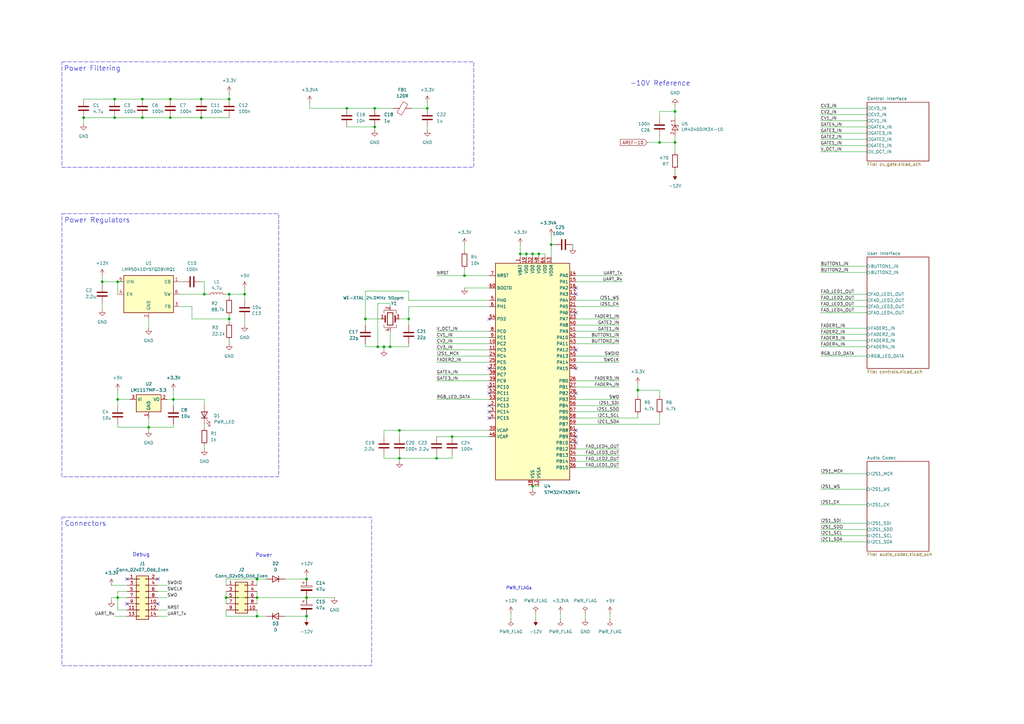
<source format=kicad_sch>
(kicad_sch (version 20250114) (generator "eeschema") (generator_version "9.0")
  (paper "A3")
  (title_block (title "Aware 01 - Eurorack DSP Module") (date "2025-12-19") (rev "2") (company "Ausschussware") (comment 1 "Jonas Bengt Lux") (comment 2 "TH Köln") (comment 3 "Bachelor Technische Informatik"))
  (rectangle (start 25.4 25.4) (end 194.31 68.58) (stroke (width 0) (type dash)))
  (rectangle (start 25.4 212.09) (end 152.4 273.05) (stroke (width 0) (type dash)))
  (rectangle (start 25.4 87.63) (end 114.3 195.58) (stroke (width 0) (type dash)))
  (text "Power Regulators" (at 39.878 90.424 0) (effects (font (size 2.032 2.032))))
  (text "Power Filtering" (at 37.846 28.194 0) (effects (font (size 2.032 2.032))))
  (text "Connectors" (at 35.052 214.884 0) (effects (font (size 2.032 2.032))))
  (text "PWR_FLAGs" (at 212.852 241.3 0) (effects (font (size 1.27 1.27))))
  (text "Debug" (at 57.912 227.584 0) (effects (font (size 1.524 1.524))))
  (text "Power" (at 108.204 227.838 0) (effects (font (size 1.524 1.524))))
  (text "-10V Reference" (at 270.764 34.29 0) (effects (font (size 2.032 2.032))))
  (text "MCU VOS0 130C = 240mA\nCodec analog blocks and digital core = 180mA\nGate in Pullups: 300uA * 4 = 120mA\nRGB LEDs: 37mA full * 4 = 150mA\nFader LEDS: 17mA * 4 = 68mA\n" (at -62.738 136.398 0) (effects (font (size 1.524 1.524)) (justify left)))
  (junction (at 46.99 40.64))
  (junction (at 58.42 48.26))
  (junction (at 142.24 44.45))
  (junction (at 93.98 130.81))
  (junction (at 46.99 48.26))
  (junction (at 69.85 40.64))
  (junction (at 105.41 245.11))
  (junction (at 160.02 142.24))
  (junction (at 220.98 104.14))
  (junction (at 157.48 142.24))
  (junction (at 153.67 44.45))
  (junction (at 163.83 176.53))
  (junction (at 82.55 40.64))
  (junction (at 276.86 58.42))
  (junction (at 190.5 113.03))
  (junction (at 48.26 163.83))
  (junction (at 276.86 45.72))
  (junction (at 149.86 130.81))
  (junction (at 69.85 48.26))
  (junction (at 125.73 237.49))
  (junction (at 93.98 120.65))
  (junction (at 71.12 163.83))
  (junction (at 175.26 44.45))
  (junction (at 226.06 100.33))
  (junction (at 154.94 142.24))
  (junction (at 218.44 104.14))
  (junction (at 105.41 252.73))
  (junction (at 185.42 179.07))
  (junction (at 92.71 245.11))
  (junction (at 179.07 187.96))
  (junction (at 48.26 115.57))
  (junction (at 125.73 252.73))
  (junction (at 34.29 48.26))
  (junction (at 163.83 187.96))
  (junction (at 218.44 199.39))
  (junction (at 41.91 115.57))
  (junction (at 261.62 160.02))
  (junction (at 58.42 40.64))
  (junction (at 48.26 245.11))
  (junction (at 213.36 104.14))
  (junction (at 105.41 237.49))
  (junction (at 270.51 58.42))
  (junction (at 93.98 40.64))
  (junction (at 83.82 120.65))
  (junction (at 215.9 104.14))
  (junction (at 153.67 52.07))
  (junction (at 100.33 120.65))
  (junction (at 60.96 175.26))
  (junction (at 167.64 130.81))
  (junction (at 125.73 245.11))
  (junction (at 82.55 48.26))
  (no_connect (at 236.22 179.07))
  (no_connect (at 236.22 128.27))
  (no_connect (at 64.77 237.49))
  (no_connect (at 236.22 161.29))
  (no_connect (at 236.22 120.65))
  (no_connect (at 52.07 237.49))
  (no_connect (at 200.66 158.75))
  (no_connect (at 64.77 247.65))
  (no_connect (at 200.66 166.37))
  (no_connect (at 236.22 181.61))
  (no_connect (at 236.22 143.51))
  (no_connect (at 236.22 118.11))
  (no_connect (at 236.22 176.53))
  (no_connect (at 200.66 171.45))
  (no_connect (at 52.07 247.65))
  (no_connect (at 236.22 151.13))
  (no_connect (at 200.66 168.91))
  (no_connect (at 200.66 161.29))
  (no_connect (at 200.66 151.13))
  (no_connect (at 200.66 130.81))
  (wire (pts (xy 50.8 115.57) (xy 48.26 115.57)))
  (wire (pts (xy 179.07 135.89) (xy 200.66 135.89)))
  (wire (pts (xy 160.02 135.89) (xy 160.02 142.24)))
  (wire (pts (xy 41.91 116.84) (xy 41.91 115.57)))
  (wire (pts (xy 149.86 119.38) (xy 167.64 119.38)))
  (wire (pts (xy 254 156.21) (xy 236.22 156.21)))
  (wire (pts (xy 254 158.75) (xy 236.22 158.75)))
  (wire (pts (xy 215.9 104.14) (xy 215.9 105.41)))
  (wire (pts (xy 109.22 237.49) (xy 105.41 237.49)))
  (wire (pts (xy 153.67 52.07) (xy 153.67 53.34)))
  (wire (pts (xy 125.73 236.22) (xy 125.73 237.49)))
  (wire (pts (xy 78.74 125.73) (xy 78.74 130.81)))
  (wire (pts (xy 46.99 252.73) (xy 52.07 252.73)))
  (wire (pts (xy 254 138.43) (xy 236.22 138.43)))
  (wire (pts (xy 48.26 163.83) (xy 48.26 166.37)))
  (wire (pts (xy 48.26 245.11) (xy 48.26 242.57)))
  (wire (pts (xy 73.66 125.73) (xy 78.74 125.73)))
  (wire (pts (xy 213.36 100.33) (xy 213.36 104.14)))
  (wire (pts (xy 355.6 44.45) (xy 336.55 44.45)))
  (wire (pts (xy 157.48 142.24) (xy 160.02 142.24)))
  (wire (pts (xy 58.42 40.64) (xy 69.85 40.64)))
  (wire (pts (xy 125.73 252.73) (xy 125.73 254)))
  (wire (pts (xy 92.71 120.65) (xy 93.98 120.65)))
  (wire (pts (xy 92.71 237.49) (xy 105.41 237.49)))
  (wire (pts (xy 105.41 242.57) (xy 105.41 245.11)))
  (wire (pts (xy 149.86 130.81) (xy 156.21 130.81)))
  (wire (pts (xy 64.77 242.57) (xy 68.58 242.57)))
  (wire (pts (xy 48.26 175.26) (xy 48.26 173.99)))
  (wire (pts (xy 60.96 171.45) (xy 60.96 175.26)))
  (wire (pts (xy 105.41 237.49) (xy 105.41 240.03)))
  (wire (pts (xy 261.62 160.02) (xy 261.62 162.56)))
  (wire (pts (xy 64.77 252.73) (xy 68.58 252.73)))
  (wire (pts (xy 83.82 115.57) (xy 82.55 115.57)))
  (wire (pts (xy 157.48 142.24) (xy 157.48 143.51)))
  (wire (pts (xy 261.62 160.02) (xy 270.51 160.02)))
  (wire (pts (xy 105.41 252.73) (xy 109.22 252.73)))
  (wire (pts (xy 355.6 59.69) (xy 336.55 59.69)))
  (wire (pts (xy 92.71 250.19) (xy 92.71 252.73)))
  (wire (pts (xy 236.22 133.35) (xy 254 133.35)))
  (wire (pts (xy 48.26 115.57) (xy 48.26 120.65)))
  (wire (pts (xy 179.07 143.51) (xy 200.66 143.51)))
  (wire (pts (xy 83.82 120.65) (xy 85.09 120.65)))
  (wire (pts (xy 261.62 170.18) (xy 261.62 171.45)))
  (wire (pts (xy 69.85 48.26) (xy 82.55 48.26)))
  (wire (pts (xy 73.66 115.57) (xy 74.93 115.57)))
  (wire (pts (xy 220.98 104.14) (xy 220.98 105.41)))
  (wire (pts (xy 149.86 119.38) (xy 149.86 130.81)))
  (wire (pts (xy 71.12 163.83) (xy 71.12 160.02)))
  (wire (pts (xy 355.6 52.07) (xy 336.55 52.07)))
  (wire (pts (xy 336.55 120.65) (xy 355.6 120.65)))
  (wire (pts (xy 190.5 118.11) (xy 200.66 118.11)))
  (wire (pts (xy 83.82 173.99) (xy 83.82 175.26)))
  (wire (pts (xy 226.06 96.52) (xy 226.06 100.33)))
  (wire (pts (xy 78.74 130.81) (xy 93.98 130.81)))
  (wire (pts (xy 60.96 176.53) (xy 60.96 175.26)))
  (wire (pts (xy 167.64 142.24) (xy 167.64 140.97)))
  (wire (pts (xy 336.55 214.63) (xy 355.6 214.63)))
  (wire (pts (xy 236.22 173.99) (xy 270.51 173.99)))
  (wire (pts (xy 167.64 119.38) (xy 167.64 123.19)))
  (wire (pts (xy 234.95 101.6) (xy 234.95 100.33)))
  (wire (pts (xy 116.84 237.49) (xy 125.73 237.49)))
  (wire (pts (xy 58.42 48.26) (xy 69.85 48.26)))
  (wire (pts (xy 179.07 156.21) (xy 200.66 156.21)))
  (wire (pts (xy 46.99 40.64) (xy 34.29 40.64)))
  (wire (pts (xy 167.64 123.19) (xy 200.66 123.19)))
  (wire (pts (xy 105.41 245.11) (xy 105.41 247.65)))
  (wire (pts (xy 92.71 252.73) (xy 105.41 252.73)))
  (wire (pts (xy 355.6 54.61) (xy 336.55 54.61)))
  (wire (pts (xy 336.55 207.01) (xy 355.6 207.01)))
  (wire (pts (xy 41.91 124.46) (xy 41.91 127)))
  (wire (pts (xy 48.26 163.83) (xy 53.34 163.83)))
  (wire (pts (xy 254 125.73) (xy 236.22 125.73)))
  (wire (pts (xy 116.84 252.73) (xy 125.73 252.73)))
  (wire (pts (xy 355.6 57.15) (xy 336.55 57.15)))
  (wire (pts (xy 336.55 146.05) (xy 355.6 146.05)))
  (wire (pts (xy 163.83 176.53) (xy 163.83 179.07)))
  (wire (pts (xy 83.82 120.65) (xy 83.82 115.57)))
  (wire (pts (xy 276.86 71.12) (xy 276.86 69.85)))
  (wire (pts (xy 276.86 62.23) (xy 276.86 58.42)))
  (wire (pts (xy 149.86 142.24) (xy 149.86 140.97)))
  (wire (pts (xy 48.26 250.19) (xy 48.26 245.11)))
  (wire (pts (xy 93.98 139.7) (xy 93.98 140.97)))
  (wire (pts (xy 254 186.69) (xy 236.22 186.69)))
  (wire (pts (xy 157.48 179.07) (xy 157.48 176.53)))
  (wire (pts (xy 254 130.81) (xy 236.22 130.81)))
  (wire (pts (xy 92.71 245.11) (xy 92.71 247.65)))
  (wire (pts (xy 209.55 251.46) (xy 209.55 254)))
  (wire (pts (xy 100.33 120.65) (xy 100.33 123.19)))
  (wire (pts (xy 82.55 40.64) (xy 93.98 40.64)))
  (wire (pts (xy 163.83 130.81) (xy 167.64 130.81)))
  (wire (pts (xy 190.5 100.33) (xy 190.5 102.87)))
  (wire (pts (xy 336.55 123.19) (xy 355.6 123.19)))
  (wire (pts (xy 218.44 199.39) (xy 218.44 200.66)))
  (wire (pts (xy 157.48 186.69) (xy 157.48 187.96)))
  (wire (pts (xy 270.51 58.42) (xy 265.43 58.42)))
  (wire (pts (xy 218.44 104.14) (xy 220.98 104.14)))
  (wire (pts (xy 46.99 40.64) (xy 58.42 40.64)))
  (wire (pts (xy 179.07 138.43) (xy 200.66 138.43)))
  (wire (pts (xy 179.07 186.69) (xy 179.07 187.96)))
  (wire (pts (xy 355.6 49.53) (xy 336.55 49.53)))
  (wire (pts (xy 179.07 140.97) (xy 200.66 140.97)))
  (wire (pts (xy 336.55 128.27) (xy 355.6 128.27)))
  (wire (pts (xy 179.07 179.07) (xy 185.42 179.07)))
  (wire (pts (xy 213.36 104.14) (xy 213.36 105.41)))
  (wire (pts (xy 250.19 251.46) (xy 250.19 254)))
  (wire (pts (xy 270.51 58.42) (xy 270.51 55.88)))
  (wire (pts (xy 236.22 163.83) (xy 254 163.83)))
  (wire (pts (xy 236.22 135.89) (xy 254 135.89)))
  (wire (pts (xy 142.24 44.45) (xy 153.67 44.45)))
  (wire (pts (xy 219.71 251.46) (xy 219.71 254)))
  (wire (pts (xy 167.64 125.73) (xy 167.64 130.81)))
  (wire (pts (xy 355.6 62.23) (xy 336.55 62.23)))
  (wire (pts (xy 236.22 148.59) (xy 254 148.59)))
  (wire (pts (xy 336.55 222.25) (xy 355.6 222.25)))
  (wire (pts (xy 270.51 48.26) (xy 270.51 45.72)))
  (wire (pts (xy 254 140.97) (xy 236.22 140.97)))
  (wire (pts (xy 270.51 170.18) (xy 270.51 173.99)))
  (wire (pts (xy 236.22 113.03) (xy 255.27 113.03)))
  (wire (pts (xy 336.55 111.76) (xy 355.6 111.76)))
  (wire (pts (xy 336.55 219.71) (xy 355.6 219.71)))
  (wire (pts (xy 336.55 194.31) (xy 355.6 194.31)))
  (wire (pts (xy 226.06 100.33) (xy 226.06 105.41)))
  (wire (pts (xy 71.12 163.83) (xy 71.12 166.37)))
  (wire (pts (xy 185.42 186.69) (xy 185.42 187.96)))
  (wire (pts (xy 92.71 242.57) (xy 92.71 245.11)))
  (wire (pts (xy 213.36 104.14) (xy 215.9 104.14)))
  (wire (pts (xy 105.41 245.11) (xy 125.73 245.11)))
  (wire (pts (xy 160.02 142.24) (xy 167.64 142.24)))
  (wire (pts (xy 220.98 104.14) (xy 223.52 104.14)))
  (wire (pts (xy 34.29 48.26) (xy 34.29 50.8)))
  (wire (pts (xy 179.07 113.03) (xy 190.5 113.03)))
  (wire (pts (xy 163.83 187.96) (xy 179.07 187.96)))
  (wire (pts (xy 179.07 148.59) (xy 200.66 148.59)))
  (wire (pts (xy 254 166.37) (xy 236.22 166.37)))
  (wire (pts (xy 160.02 124.46) (xy 160.02 125.73)))
  (wire (pts (xy 83.82 182.88) (xy 83.82 184.15)))
  (wire (pts (xy 100.33 118.11) (xy 100.33 120.65)))
  (wire (pts (xy 218.44 104.14) (xy 218.44 105.41)))
  (wire (pts (xy 92.71 240.03) (xy 92.71 237.49)))
  (wire (pts (xy 336.55 142.24) (xy 355.6 142.24)))
  (wire (pts (xy 167.64 125.73) (xy 200.66 125.73)))
  (wire (pts (xy 69.85 40.64) (xy 82.55 40.64)))
  (wire (pts (xy 160.02 124.46) (xy 154.94 124.46)))
  (wire (pts (xy 355.6 46.99) (xy 336.55 46.99)))
  (wire (pts (xy 179.07 163.83) (xy 200.66 163.83)))
  (wire (pts (xy 93.98 120.65) (xy 93.98 121.92)))
  (wire (pts (xy 45.72 245.11) (xy 48.26 245.11)))
  (wire (pts (xy 175.26 41.91) (xy 175.26 44.45)))
  (wire (pts (xy 60.96 175.26) (xy 71.12 175.26)))
  (wire (pts (xy 190.5 110.49) (xy 190.5 113.03)))
  (wire (pts (xy 64.77 245.11) (xy 68.58 245.11)))
  (wire (pts (xy 163.83 176.53) (xy 200.66 176.53)))
  (wire (pts (xy 215.9 104.14) (xy 218.44 104.14)))
  (wire (pts (xy 93.98 130.81) (xy 93.98 132.08)))
  (wire (pts (xy 336.55 134.62) (xy 355.6 134.62)))
  (wire (pts (xy 270.51 160.02) (xy 270.51 162.56)))
  (wire (pts (xy 92.71 245.11) (xy 105.41 245.11)))
  (wire (pts (xy 34.29 48.26) (xy 46.99 48.26)))
  (wire (pts (xy 179.07 187.96) (xy 185.42 187.96)))
  (wire (pts (xy 157.48 176.53) (xy 163.83 176.53)))
  (wire (pts (xy 236.22 171.45) (xy 261.62 171.45)))
  (wire (pts (xy 163.83 187.96) (xy 163.83 189.23)))
  (wire (pts (xy 223.52 104.14) (xy 223.52 105.41)))
  (wire (pts (xy 93.98 120.65) (xy 100.33 120.65)))
  (wire (pts (xy 149.86 142.24) (xy 154.94 142.24)))
  (wire (pts (xy 41.91 113.03) (xy 41.91 115.57)))
  (wire (pts (xy 254 191.77) (xy 236.22 191.77)))
  (wire (pts (xy 48.26 245.11) (xy 52.07 245.11)))
  (wire (pts (xy 227.33 100.33) (xy 226.06 100.33)))
  (wire (pts (xy 185.42 179.07) (xy 200.66 179.07)))
  (wire (pts (xy 254 168.91) (xy 236.22 168.91)))
  (wire (pts (xy 336.55 125.73) (xy 355.6 125.73)))
  (wire (pts (xy 179.07 153.67) (xy 200.66 153.67)))
  (wire (pts (xy 46.99 48.26) (xy 58.42 48.26)))
  (wire (pts (xy 60.96 130.81) (xy 60.96 134.62)))
  (wire (pts (xy 236.22 115.57) (xy 255.27 115.57)))
  (wire (pts (xy 41.91 115.57) (xy 48.26 115.57)))
  (wire (pts (xy 71.12 175.26) (xy 71.12 173.99)))
  (wire (pts (xy 64.77 240.03) (xy 68.58 240.03)))
  (wire (pts (xy 240.03 251.46) (xy 240.03 254)))
  (wire (pts (xy 254 189.23) (xy 236.22 189.23)))
  (wire (pts (xy 168.91 44.45) (xy 175.26 44.45)))
  (wire (pts (xy 52.07 250.19) (xy 48.26 250.19)))
  (wire (pts (xy 93.98 40.64) (xy 93.98 38.1)))
  (wire (pts (xy 73.66 120.65) (xy 83.82 120.65)))
  (wire (pts (xy 261.62 157.48) (xy 261.62 160.02)))
  (wire (pts (xy 229.87 251.46) (xy 229.87 254)))
  (wire (pts (xy 336.55 217.17) (xy 355.6 217.17)))
  (wire (pts (xy 127 41.91) (xy 127 44.45)))
  (wire (pts (xy 236.22 146.05) (xy 254 146.05)))
  (wire (pts (xy 336.55 200.66) (xy 355.6 200.66)))
  (wire (pts (xy 154.94 142.24) (xy 157.48 142.24)))
  (wire (pts (xy 175.26 52.07) (xy 175.26 53.34)))
  (wire (pts (xy 82.55 48.26) (xy 93.98 48.26)))
  (wire (pts (xy 149.86 133.35) (xy 149.86 130.81)))
  (wire (pts (xy 153.67 44.45) (xy 161.29 44.45)))
  (wire (pts (xy 127 44.45) (xy 142.24 44.45)))
  (wire (pts (xy 270.51 45.72) (xy 276.86 45.72)))
  (wire (pts (xy 163.83 186.69) (xy 163.83 187.96)))
  (wire (pts (xy 218.44 199.39) (xy 220.98 199.39)))
  (wire (pts (xy 100.33 130.81) (xy 100.33 133.35)))
  (wire (pts (xy 137.16 245.11) (xy 125.73 245.11)))
  (wire (pts (xy 105.41 252.73) (xy 105.41 250.19)))
  (wire (pts (xy 254 184.15) (xy 236.22 184.15)))
  (wire (pts (xy 190.5 113.03) (xy 200.66 113.03)))
  (wire (pts (xy 48.26 160.02) (xy 48.26 163.83)))
  (wire (pts (xy 336.55 137.16) (xy 355.6 137.16)))
  (wire (pts (xy 48.26 175.26) (xy 60.96 175.26)))
  (wire (pts (xy 336.55 139.7) (xy 355.6 139.7)))
  (wire (pts (xy 157.48 187.96) (xy 163.83 187.96)))
  (wire (pts (xy 83.82 163.83) (xy 83.82 166.37)))
  (wire (pts (xy 68.58 163.83) (xy 71.12 163.83)))
  (wire (pts (xy 45.72 246.38) (xy 45.72 245.11)))
  (wire (pts (xy 71.12 163.83) (xy 83.82 163.83)))
  (wire (pts (xy 254 123.19) (xy 236.22 123.19)))
  (wire (pts (xy 276.86 58.42) (xy 270.51 58.42)))
  (wire (pts (xy 276.86 45.72) (xy 276.86 43.18)))
  (wire (pts (xy 276.86 48.26) (xy 276.86 45.72)))
  (wire (pts (xy 142.24 52.07) (xy 153.67 52.07)))
  (wire (pts (xy 45.72 240.03) (xy 52.07 240.03)))
  (wire (pts (xy 179.07 146.05) (xy 200.66 146.05)))
  (wire (pts (xy 154.94 124.46) (xy 154.94 142.24)))
  (wire (pts (xy 93.98 129.54) (xy 93.98 130.81)))
  (wire (pts (xy 52.07 242.57) (xy 48.26 242.57)))
  (wire (pts (xy 336.55 109.22) (xy 355.6 109.22)))
  (wire (pts (xy 64.77 250.19) (xy 68.58 250.19)))
  (wire (pts (xy 276.86 58.42) (xy 276.86 55.88)))
  (wire (pts (xy 167.64 133.35) (xy 167.64 130.81)))
  (label "FADER1_IN" (at 336.55 134.62 0))
  (label "SWO" (at 68.58 245.11 0))
  (label "CV2_IN" (at 336.55 46.99 0))
  (label "I2S1_WS" (at 336.55 200.66 0))
  (label "SWO" (at 254 163.83 180))
  (label "FAD_LED3_OUT" (at 254 186.69 180))
  (label "FAD_LED1_OUT" (at 336.55 120.65 0))
  (label "I2C1_SDA" (at 254 173.99 180))
  (label "BUTTON2_IN" (at 336.55 111.76 0))
  (label "SWCLK" (at 68.58 242.57 0))
  (label "BUTTON2_IN" (at 254 140.97 180))
  (label "UART_Rx" (at 255.27 115.57 180))
  (label "I2S1_WS" (at 254 123.19 180))
  (label "RGB_LED_DATA" (at 179.07 163.83 0))
  (label "BUTTON1_IN" (at 254 138.43 180))
  (label "BUTTON1_IN" (at 336.55 109.22 0))
  (label "UART_Tx" (at 255.27 113.03 180))
  (label "GATE1_IN" (at 336.55 59.69 0))
  (label "UART_Tx" (at 68.58 252.73 0))
  (label "I2S1_MCK" (at 179.07 146.05 0))
  (label "I2S1_CK" (at 254 125.73 180))
  (label "GATE2_IN" (at 254 133.35 180))
  (label "CV3_IN" (at 179.07 143.51 0))
  (label "GATE2_IN" (at 336.55 57.15 0))
  (label "FADER3_IN" (at 336.55 139.7 0))
  (label "I2C1_SCL" (at 254 171.45 180))
  (label "I2S1_SDI" (at 336.55 214.63 0))
  (label "I2S1_SDO" (at 254 168.91 180))
  (label "FAD_LED3_OUT" (at 336.55 125.73 0))
  (label "GATE3_IN" (at 179.07 156.21 0))
  (label "FAD_LED1_OUT" (at 254 191.77 180))
  (label "I2S1_SDO" (at 336.55 217.17 0))
  (label "GATE4_IN" (at 336.55 52.07 0))
  (label "FADER2_IN" (at 336.55 137.16 0))
  (label "V_OCT_IN" (at 179.07 135.89 0))
  (label "GATE1_IN" (at 254 135.89 180))
  (label "FAD_LED4_OUT" (at 254 184.15 180))
  (label "CV2_IN" (at 179.07 140.97 0))
  (label "CV1_IN" (at 179.07 138.43 0))
  (label "FADER4_IN" (at 336.55 142.24 0))
  (label "GATE3_IN" (at 336.55 54.61 0))
  (label "SWDIO" (at 254 146.05 180))
  (label "NRST" (at 68.58 250.19 0))
  (label "CV3_IN" (at 336.55 44.45 0))
  (label "I2C1_SDA" (at 336.55 222.25 0))
  (label "FADER3_IN" (at 254 156.21 180))
  (label "FADER1_IN" (at 254 130.81 180))
  (label "I2C1_SCL" (at 336.55 219.71 0))
  (label "CV1_IN" (at 336.55 49.53 0))
  (label "RGB_LED_DATA" (at 336.55 146.05 0))
  (label "FAD_LED4_OUT" (at 336.55 128.27 0))
  (label "SWDIO" (at 68.58 240.03 0))
  (label "NRST" (at 179.07 113.03 0))
  (label "FAD_LED2_OUT" (at 336.55 123.19 0))
  (label "FADER2_IN" (at 179.07 148.59 0))
  (label "I2S1_SDI" (at 254 166.37 180))
  (label "SWCLK" (at 254 148.59 180))
  (label "GATE4_IN" (at 179.07 153.67 0))
  (label "FAD_LED2_OUT" (at 254 189.23 180))
  (label "V_OCT_IN" (at 336.55 62.23 0))
  (label "I2S1_CK" (at 336.55 207.01 0))
  (label "UART_Rx" (at 46.99 252.73 180))
  (label "FADER4_IN" (at 254 158.75 180))
  (label "I2S1_MCK" (at 336.55 194.31 0))
  (global_label "AREF-10" (shape input) (at 265.43 58.42 180) (property "Intersheetrefs" "${INTERSHEET_REFS}" (effects (hide yes))))
  (symbol (lib_id "power:+3.3V") (at 213.36 100.33 0) (unit 1)
    (property "Reference" "#PWR030" (effects (hide yes)))
    (property "Value" "+3.3V" (at 213.36 95.25 0))
    (property "Description" "Power symbol creates a global label with name \"+3.3V\"" (effects (hide yes)))
  )
  (symbol (lib_id "Device:C") (at 231.14 100.33 270) (unit 1)
    (property "Reference" "C25" (at 231.648 93.218 90) (effects (justify right)))
    (property "Value" "100n" (at 231.648 95.758 90) (effects (justify right)))
    (property "Footprint" "Capacitor_SMD:C_0603_1608Metric" (effects (hide yes)))
    (property "Description" "Unpolarized capacitor" (effects (hide yes)))
    (property "Manufacturer_Name" "KYOCERA AVX " (effects (hide yes)))
    (property "Manufacturer_Part_Number" "KAF15BR72A104KT" (effects (hide yes)))
    (property "Mouser Part Number" "581-KAF15BR72A104KT" (effects (hide yes)))
  )
  (symbol (lib_id "power:+3.3V") (at 45.72 240.03 0) (unit 1)
    (property "Reference" "#PWR04" (effects (hide yes)))
    (property "Value" "+3.3V" (at 45.72 234.95 0))
    (property "Description" "Power symbol creates a global label with name \"+3.3V\"" (effects (hide yes)))
  )
  (symbol (lib_id "Device:R") (at 261.62 166.37 0) (unit 1)
    (property "Reference" "R5" (at 264.16 165.0999 0) (effects (justify left)))
    (property "Value" "4.7k" (at 264.16 167.6399 0) (effects (justify left)))
    (property "Footprint" "Resistor_SMD:R_0603_1608Metric_Pad0.98x0.95mm_HandSolder" (effects (hide yes)))
    (property "Description" "Resistor" (effects (hide yes)))
    (property "Manufacturer_Name" "YAGEO" (effects (hide yes)))
    (property "Manufacturer_Part_Number" " RC0603FR-134K7L" (effects (hide yes)))
    (property "Mouser Part Number" " 603-RC0603FR-134K7L" (effects (hide yes)))
  )
  (symbol (lib_id "power:GND") (at 276.86 43.18 180) (unit 1)
    (property "Reference" "#PWR039" (effects (hide yes)))
    (property "Value" "GND" (at 276.86 38.1 0))
    (property "Description" "Power symbol creates a global label with name \"GND\" , ground" (effects (hide yes)))
  )
  (symbol (lib_id "Regulator_Linear:LM1117MP-3.3") (at 60.96 163.83 0) (unit 1)
    (property "Reference" "U2" (at 60.96 157.48 0))
    (property "Value" "LM1117MP-3.3" (at 60.96 160.02 0))
    (property "Footprint" "Package_TO_SOT_SMD:SOT-223-3_TabPin2" (effects (hide yes)))
    (property "Datasheet" "http://www.ti.com/lit/ds/symlink/lm1117.pdf" (effects (hide yes)))
    (property "Description" "800mA Low-Dropout Linear Regulator, 3.3V fixed output, SOT-223" (effects (hide yes)))
    (property "Manufacturer_Name" "Texas Instruments" (effects (hide yes)))
    (property "Manufacturer_Part_Number" "LM1117MP-3.3/NOPB" (effects (hide yes)))
    (property "Mouser Part Number" "926-LM1117MP-3.3NOPB" (effects (hide yes)))
  )
  (symbol (lib_id "power:GND") (at 93.98 140.97 0) (unit 1)
    (property "Reference" "#PWR014" (effects (hide yes)))
    (property "Value" "GND" (at 93.98 146.05 0))
    (property "Description" "Power symbol creates a global label with name \"GND\" , ground" (effects (hide yes)))
  )
  (symbol (lib_id "power:GND") (at 137.16 245.11 0) (unit 1)
    (property "Reference" "#PWR021" (effects (hide yes)))
    (property "Value" "GND" (at 137.16 250.19 0))
    (property "Description" "Power symbol creates a global label with name \"GND\" , ground" (effects (hide yes)))
  )
  (symbol (lib_id "Device:C_Polarized") (at 125.73 241.3 0) (unit 1)
    (property "Reference" "C14" (at 129.54 239.1409 0) (effects (justify left)))
    (property "Value" "47u" (at 129.54 241.6809 0) (effects (justify left)))
    (property "Footprint" "Capacitor_SMD:CP_Elec_6.3x5.9" (effects (hide yes)))
    (property "Description" "Polarized capacitor" (effects (hide yes)))
    (property "Manufacturer_Name" "Lelon " (effects (hide yes)))
    (property "Manufacturer_Part_Number" " VZL470M1VTR-0606 " (effects (hide yes)))
    (property "Mouser Part Number" "140-VZL470M1VTR-0606 " (effects (hide yes)))
  )
  (symbol (lib_id "Device:R") (at 190.5 106.68 0) (unit 1)
    (property "Reference" "R4" (at 193.04 105.4099 0) (effects (justify left)))
    (property "Value" "10k" (at 193.04 107.9499 0) (effects (justify left)))
    (property "Footprint" "Resistor_SMD:R_0603_1608Metric_Pad0.98x0.95mm_HandSolder" (effects (hide yes)))
    (property "Description" "Resistor" (effects (hide yes)))
    (property "Manufacturer_Name" "Welwyn Components / TT Electronics" (effects (hide yes)))
    (property "Manufacturer_Part_Number" "WCR0603-10KFA" (effects (hide yes)))
    (property "Mouser Part Number" "756-WCR0603-10KFA" (effects (hide yes)))
  )
  (symbol (lib_id "Device:C") (at 163.83 182.88 0) (mirror x) (unit 1)
    (property "Reference" "C20" (at 170.18 181.61 0) (effects (justify right)))
    (property "Value" "100n" (at 171.196 184.15 0) (effects (justify right)))
    (property "Footprint" "Capacitor_SMD:C_0603_1608Metric" (effects (hide yes)))
    (property "Description" "Unpolarized capacitor" (effects (hide yes)))
    (property "Manufacturer_Name" "KYOCERA AVX " (effects (hide yes)))
    (property "Manufacturer_Part_Number" "KAF15BR72A104KT" (effects (hide yes)))
    (property "Mouser Part Number" "581-KAF15BR72A104KT" (effects (hide yes)))
  )
  (symbol (lib_id "power:-12V") (at 125.73 254 180) (unit 1)
    (property "Reference" "#PWR019" (effects (hide yes)))
    (property "Value" "-12V" (at 125.73 259.08 0))
    (property "Description" "Power symbol creates a global label with name \"-12V\"" (effects (hide yes)))
  )
  (symbol (lib_id "power:GND") (at 190.5 118.11 0) (unit 1)
    (property "Reference" "#PWR028" (effects (hide yes)))
    (property "Value" "GND" (effects (hide yes)))
    (property "Description" "Power symbol creates a global label with name \"GND\" , ground" (effects (hide yes)))
  )
  (symbol (lib_id "Device:C") (at 149.86 137.16 0) (unit 1)
    (property "Reference" "C17" (at 143.002 136.144 0) (effects (justify left)))
    (property "Value" "22p" (at 143.256 138.684 0) (effects (justify left)))
    (property "Footprint" "Capacitor_SMD:C_0603_1608Metric" (effects (hide yes)))
    (property "Description" "Unpolarized capacitor" (effects (hide yes)))
    (property "Manufacturer_Name" "KEMET " (effects (hide yes)))
    (property "Manufacturer_Part_Number" " C0603C220J1GACTU" (effects (hide yes)))
    (property "Mouser Part Number" " 80-C0603C220J1G" (effects (hide yes)))
  )
  (symbol (lib_id "power:PWR_FLAG") (at 240.03 251.46 0) (unit 1)
    (property "Reference" "#FLG04" (effects (hide yes)))
    (property "Value" "PWR_FLAG" (at 240.03 246.38 0))
    (property "Description" "Special symbol for telling ERC where power comes from" (effects (hide yes)))
  )
  (symbol (lib_id "power:-12V") (at 276.86 71.12 180) (unit 1)
    (property "Reference" "#PWR040" (effects (hide yes)))
    (property "Value" "-12V" (at 276.86 76.2 0))
    (property "Description" "Power symbol creates a global label with name \"-12V\"" (effects (hide yes)))
  )
  (symbol (lib_id "power:+5V") (at 100.33 118.11 0) (unit 1)
    (property "Reference" "#PWR016" (effects (hide yes)))
    (property "Value" "+5V" (at 100.33 113.03 0))
    (property "Description" "Power symbol creates a global label with name \"+5V\"" (effects (hide yes)))
  )
  (symbol (lib_id "power:+5V") (at 250.19 251.46 0) (unit 1)
    (property "Reference" "#PWR037" (effects (hide yes)))
    (property "Value" "+5V" (at 250.19 246.38 0))
    (property "Description" "Power symbol creates a global label with name \"+5V\"" (effects (hide yes)))
  )
  (symbol (lib_id "power:-12V") (at 219.71 254 180) (unit 1)
    (property "Reference" "#PWR032" (effects (hide yes)))
    (property "Value" "-12V" (at 219.71 259.08 0))
    (property "Description" "Power symbol creates a global label with name \"-12V\"" (effects (hide yes)))
  )
  (symbol (lib_id "Device:C") (at 167.64 137.16 0) (unit 1)
    (property "Reference" "C21" (at 170.942 135.89 0) (effects (justify left)))
    (property "Value" "22p" (at 170.942 138.43 0) (effects (justify left)))
    (property "Footprint" "Capacitor_SMD:C_0603_1608Metric" (effects (hide yes)))
    (property "Description" "Unpolarized capacitor" (effects (hide yes)))
    (property "Manufacturer_Name" "KEMET " (effects (hide yes)))
    (property "Manufacturer_Part_Number" " C0603C220J1GACTU" (effects (hide yes)))
    (property "Mouser Part Number" " 80-C0603C220J1G" (effects (hide yes)))
  )
  (symbol (lib_id "power:+3.3VA") (at 226.06 96.52 0) (unit 1)
    (property "Reference" "#PWR033" (effects (hide yes)))
    (property "Value" "+3.3VA" (at 224.79 91.44 0))
    (property "Description" "Power symbol creates a global label with name \"+3.3VA\"" (effects (hide yes)))
  )
  (symbol (lib_id "Device:C") (at 270.51 52.07 180) (unit 1)
    (property "Reference" "C26" (at 266.7 53.3401 0) (effects (justify left)))
    (property "Value" "100n" (at 266.7 50.8001 0) (effects (justify left)))
    (property "Footprint" "Capacitor_SMD:C_0603_1608Metric" (effects (hide yes)))
    (property "Description" "Unpolarized capacitor" (effects (hide yes)))
    (property "Manufacturer_Name" "KYOCERA AVX " (effects (hide yes)))
    (property "Manufacturer_Part_Number" "KAF15BR72A104KT" (effects (hide yes)))
    (property "Mouser Part Number" "581-KAF15BR72A104KT" (effects (hide yes)))
  )
  (symbol (lib_id "Device:C_Polarized") (at 125.73 248.92 0) (unit 1)
    (property "Reference" "C15" (at 129.54 246.7609 0) (effects (justify left)))
    (property "Value" "47u" (at 129.54 249.3009 0) (effects (justify left)))
    (property "Footprint" "Capacitor_SMD:CP_Elec_6.3x5.9" (effects (hide yes)))
    (property "Description" "Polarized capacitor" (effects (hide yes)))
    (property "Manufacturer_Name" "Lelon " (effects (hide yes)))
    (property "Manufacturer_Part_Number" " VZL470M1VTR-0606 " (effects (hide yes)))
    (property "Mouser Part Number" "140-VZL470M1VTR-0606 " (effects (hide yes)))
  )
  (symbol (lib_id "power:+3.3V") (at 190.5 100.33 0) (unit 1)
    (property "Reference" "#PWR027" (effects (hide yes)))
    (property "Value" "+3.3V" (at 190.5 95.25 0))
    (property "Description" "Power symbol creates a global label with name \"+3.3V\"" (effects (hide yes)))
  )
  (symbol (lib_id "Device:C") (at 179.07 182.88 0) (mirror x) (unit 1)
    (property "Reference" "C23" (at 175.26 181.6099 0) (effects (justify right)))
    (property "Value" "2.2u" (at 176.022 184.15 0) (effects (justify right)))
    (property "Footprint" "Capacitor_SMD:C_0603_1608Metric" (effects (hide yes)))
    (property "Datasheet" "https://www.mouser.de/datasheet/2/396/mlcc02_e-1307760.pdf" (effects (hide yes)))
    (property "Description" "Unpolarized capacitor" (effects (hide yes)))
    (property "Manufacturer_Name" " TAIYO YUDEN" (effects (hide yes)))
    (property "Manufacturer_Part_Number" " TMK107ABJ225KA-T" (effects (hide yes)))
    (property "Mouser Part Number" " 963-TMK107ABJ225KA-T" (effects (hide yes)))
  )
  (symbol (lib_id "Device:R") (at 83.82 179.07 0) (unit 1)
    (property "Reference" "R1" (at 86.36 177.7999 0) (effects (justify left)))
    (property "Value" "1k" (at 86.36 180.3399 0) (effects (justify left)))
    (property "Footprint" "Resistor_SMD:R_0603_1608Metric_Pad0.98x0.95mm_HandSolder" (effects (hide yes)))
    (property "Description" "Resistor" (effects (hide yes)))
    (property "Manufacturer_Name" "YAGEO" (effects (hide yes)))
    (property "Manufacturer_Part_Number" "RT0603FRE071KL" (effects (hide yes)))
    (property "Mouser Part Number" "603-RT0603FRE071KL" (effects (hide yes)))
  )
  (symbol (lib_id "Connector_Generic:Conn_02x07_Odd_Even") (at 57.15 245.11 0) (unit 1)
    (property "Reference" "J1" (at 58.42 231.14 0))
    (property "Value" "Conn_02x07_Odd_Even" (at 58.42 233.68 0))
    (property "Footprint" "Connector_PinHeader_1.27mm:PinHeader_2x07_P1.27mm_Vertical" (effects (hide yes)))
    (property "Datasheet" "https://www.mouser.de/datasheet/2/181/M50_350-1115491.pdf" (effects (hide yes)))
    (property "Description" "Generic connector, double row, 02x07, odd/even pin numbering scheme (row 1 odd numbers, row 2 even numbers), script generated (kicad-library-utils/schlib/autogen/connector/)" (effects (hide yes)))
    (property "Manufacturer_Name" " Harwin" (effects (hide yes)))
    (property "Manufacturer_Part_Number" " M50-3500742" (effects (hide yes)))
    (property "Mouser Part Number" " 855-M50-3500742" (effects (hide yes)))
  )
  (symbol (lib_id "Device:L") (at 88.9 120.65 90) (unit 1)
    (property "Reference" "L1" (at 88.9 115.57 90))
    (property "Value" "4.7u" (at 88.9 118.11 90))
    (property "Footprint" "Eurorack:SRR5228A" (effects (hide yes)))
    (property "Description" "Inductor" (effects (hide yes)))
  )
  (symbol (lib_id "power:PWR_FLAG") (at 229.87 254 180) (unit 1)
    (property "Reference" "#FLG03" (effects (hide yes)))
    (property "Value" "PWR_FLAG" (at 229.87 259.08 0))
    (property "Description" "Special symbol for telling ERC where power comes from" (effects (hide yes)))
  )
  (symbol (lib_id "power:+12V") (at 41.91 113.03 0) (mirror y) (unit 1)
    (property "Reference" "#PWR02" (effects (hide yes)))
    (property "Value" "+12V" (at 41.91 107.95 0))
    (property "Description" "Power symbol creates a global label with name \"+12V\"" (effects (hide yes)))
  )
  (symbol (lib_id "Device:C") (at 185.42 182.88 180) (unit 1)
    (property "Reference" "C24" (at 188.976 181.61 0) (effects (justify right)))
    (property "Value" "100n" (at 188.976 184.15 0) (effects (justify right)))
    (property "Footprint" "Capacitor_SMD:C_0603_1608Metric" (effects (hide yes)))
    (property "Description" "Unpolarized capacitor" (effects (hide yes)))
    (property "Manufacturer_Name" "KYOCERA AVX " (effects (hide yes)))
    (property "Manufacturer_Part_Number" "KAF15BR72A104KT" (effects (hide yes)))
    (property "Mouser Part Number" "581-KAF15BR72A104KT" (effects (hide yes)))
  )
  (symbol (lib_id "Device:C") (at 69.85 44.45 0) (unit 1)
    (property "Reference" "C7" (at 73.66 43.1799 0) (effects (justify left)))
    (property "Value" "100n" (at 73.66 45.7199 0) (effects (justify left)))
    (property "Footprint" "Capacitor_SMD:C_0603_1608Metric" (effects (hide yes)))
    (property "Description" "Unpolarized capacitor" (effects (hide yes)))
    (property "Manufacturer_Name" "KYOCERA AVX " (effects (hide yes)))
    (property "Manufacturer_Part_Number" "KAF15BR72A104KT" (effects (hide yes)))
    (property "Mouser Part Number" "581-KAF15BR72A104KT" (effects (hide yes)))
  )
  (symbol (lib_id "Device:C") (at 34.29 44.45 0) (unit 1)
    (property "Reference" "C1" (at 38.1 43.1799 0) (effects (justify left)))
    (property "Value" "4.7u" (at 38.1 45.7199 0) (effects (justify left)))
    (property "Footprint" "Capacitor_SMD:C_0603_1608Metric" (effects (hide yes)))
    (property "Description" "Unpolarized capacitor" (effects (hide yes)))
    (property "Manufacturer_Name" "KEMET " (effects (hide yes)))
    (property "Manufacturer_Part_Number" "C0603C475M9PACTU" (effects (hide yes)))
    (property "Mouser Part Number" " 80-C0603C475M9P" (effects (hide yes)))
  )
  (symbol (lib_id "Regulator_Switching:LMR50410") (at 60.96 120.65 0) (unit 1)
    (property "Reference" "U1" (at 60.96 107.95 0))
    (property "Value" "LMR50410Y5FQDBVRQ1" (at 60.96 110.49 0))
    (property "Footprint" "Package_TO_SOT_SMD:SOT-23-6" (effects (hide yes)))
    (property "Datasheet" "https://www.ti.com/lit/ds/symlink/lmr50410-q1.pdf?ts=1762395938401&ref_url=https%253A%252F%252Fwww.mouser.com%252F" (effects (hide yes)))
    (property "Description" "Simple Switcher Buck Regulator, Vin=4-36V, Iout=1A, Adjustable output voltage, SOT-23-6 package" (effects (hide yes)))
  )
  (symbol (lib_id "Device:Crystal_GND24") (at 160.02 130.81 0) (unit 1)
    (property "Reference" "Y1" (at 161.544 124.46 0))
    (property "Value" "WE-XTAL 24.0MHz 50ppm" (at 153.162 122.174 0))
    (property "Footprint" "Crystal:Crystal_SMD_3225-4Pin_3.2x2.5mm_HandSoldering" (effects (hide yes)))
    (property "Description" "Four pin crystal, GND on pins 2 and 4" (effects (hide yes)))
    (property "Manufacturer_Name" "Wurth Elektronik" (effects (hide yes)))
    (property "Manufacturer_Part_Number" "830064703 " (effects (hide yes)))
    (property "Mouser Part Number" " 710-830064703" (effects (hide yes)))
  )
  (symbol (lib_id "Device:C") (at 100.33 127 180) (unit 1)
    (property "Reference" "C13" (at 107.188 128.524 0) (effects (justify left)))
    (property "Value" "10u" (at 107.188 125.984 0) (effects (justify left)))
    (property "Footprint" "Capacitor_SMD:C_0603_1608Metric" (effects (hide yes)))
    (property "Description" "Unpolarized capacitor" (effects (hide yes)))
  )
  (symbol (lib_id "Device:C") (at 157.48 182.88 0) (mirror x) (unit 1)
    (property "Reference" "C19" (at 153.67 181.6099 0) (effects (justify right)))
    (property "Value" "2.2u" (at 153.67 184.1499 0) (effects (justify right)))
    (property "Footprint" "Capacitor_SMD:C_0603_1608Metric" (effects (hide yes)))
    (property "Datasheet" "https://www.mouser.de/datasheet/2/396/mlcc02_e-1307760.pdf" (effects (hide yes)))
    (property "Description" "Unpolarized capacitor" (effects (hide yes)))
    (property "Manufacturer_Name" " TAIYO YUDEN" (effects (hide yes)))
    (property "Manufacturer_Part_Number" " TMK107ABJ225KA-T" (effects (hide yes)))
    (property "Mouser Part Number" " 963-TMK107ABJ225KA-T" (effects (hide yes)))
  )
  (symbol (lib_id "Device:LED") (at 83.82 170.18 90) (unit 1)
    (property "Reference" "D1" (at 87.63 170.4974 90) (effects (justify right)))
    (property "Value" "PWR_LED" (at 87.63 173.0374 90) (effects (justify right)))
    (property "Footprint" "LED_SMD:LED_0603_1608Metric_Pad1.05x0.95mm_HandSolder" (effects (hide yes)))
    (property "Description" "Light emitting diode" (effects (hide yes)))
    (property "Manufacturer_Name" "Wurth Elektronik" (effects (hide yes)))
    (property "Manufacturer_Part_Number" "150060VS75000 " (effects (hide yes)))
    (property "Mouser Part Number" " 710-150060VS75000 " (effects (hide yes)))
    (property "Sim.Pins" "1=K 2=A" (effects (hide yes)))
  )
  (symbol (lib_id "power:+3.3VA") (at 229.87 251.46 0) (unit 1)
    (property "Reference" "#PWR034" (effects (hide yes)))
    (property "Value" "+3.3VA" (at 229.87 246.38 0))
    (property "Description" "Power symbol creates a global label with name \"+3.3VA\"" (effects (hide yes)))
  )
  (symbol (lib_id "power:GND") (at 60.96 176.53 0) (unit 1)
    (property "Reference" "#PWR09" (effects (hide yes)))
    (property "Value" "GND" (at 60.96 181.61 0))
    (property "Description" "Power symbol creates a global label with name \"GND\" , ground" (effects (hide yes)))
  )
  (symbol (lib_id "power:GND") (at 34.29 50.8 0) (unit 1)
    (property "Reference" "#PWR01" (effects (hide yes)))
    (property "Value" "GND" (at 34.29 55.88 0))
    (property "Description" "Power symbol creates a global label with name \"GND\" , ground" (effects (hide yes)))
  )
  (symbol (lib_id "MCU_ST_STM32H7:STM32H7A3RITx") (at 218.44 153.67 0) (unit 1)
    (property "Reference" "U4" (at 223.1233 199.39 0) (effects (justify left)))
    (property "Value" "STM32H7A3RITx" (at 223.1233 201.93 0) (effects (justify left)))
    (property "Footprint" "Package_QFP:LQFP-64_10x10mm_P0.5mm" (effects (hide yes)))
    (property "Datasheet" "https://www.st.com/resource/en/datasheet/stm32h7a3ri.pdf" (effects (hide yes)))
    (property "Description" "STMicroelectronics Arm Cortex-M7 MCU, 2048KB flash, 1184KB RAM, 280 MHz, 1.62-3.6V, 49 GPIO, LQFP64" (effects (hide yes)))
    (property "Manufacturer_Name" " STMicroelectronics " (effects (hide yes)))
    (property "Manufacturer_Part_Number" "STM32H7A3RIT6TR " (effects (hide yes)))
    (property "Mouser Part Number" " 511-STM32H7A3RIT6TR " (effects (hide yes)))
  )
  (symbol (lib_id "power:PWR_FLAG") (at 219.71 251.46 0) (unit 1)
    (property "Reference" "#FLG02" (effects (hide yes)))
    (property "Value" "PWR_FLAG" (at 219.71 246.38 0))
    (property "Description" "Special symbol for telling ERC where power comes from" (effects (hide yes)))
  )
  (symbol (lib_id "Device:FerriteBead") (at 165.1 44.45 90) (unit 1)
    (property "Reference" "FB1" (at 165.0492 36.83 90))
    (property "Value" "120R" (at 165.0492 39.37 90))
    (property "Footprint" "Inductor_SMD:L_0805_2012Metric_Pad1.05x1.20mm_HandSolder" (effects (hide yes)))
    (property "Description" "Ferrite bead" (effects (hide yes)))
    (property "Manufacturer_Name" "Eaton Electronics" (effects (hide yes)))
    (property "Manufacturer_Part_Number" " MFBW1V2012-121-R " (effects (hide yes)))
    (property "Mouser Part Number" " 704-MFBW1V2012-121-R " (effects (hide yes)))
  )
  (symbol (lib_id "power:GND") (at 175.26 53.34 0) (unit 1)
    (property "Reference" "#PWR026" (effects (hide yes)))
    (property "Value" "GND" (at 175.26 58.42 0))
    (property "Description" "Power symbol creates a global label with name \"GND\" , ground" (effects (hide yes)))
  )
  (symbol (lib_id "power:+5V") (at 48.26 160.02 0) (unit 1)
    (property "Reference" "#PWR06" (effects (hide yes)))
    (property "Value" "+5V" (at 48.26 154.94 0))
    (property "Description" "Power symbol creates a global label with name \"+5V\"" (effects (hide yes)))
  )
  (symbol (lib_id "power:GND") (at 157.48 143.51 0) (unit 1)
    (property "Reference" "#PWR023" (effects (hide yes)))
    (property "Value" "GND" (effects (hide yes)))
    (property "Description" "Power symbol creates a global label with name \"GND\" , ground" (effects (hide yes)))
  )
  (symbol (lib_id "Device:C") (at 46.99 44.45 0) (unit 1)
    (property "Reference" "C3" (at 50.8 43.1799 0) (effects (justify left)))
    (property "Value" "100n" (at 50.8 45.7199 0) (effects (justify left)))
    (property "Footprint" "Capacitor_SMD:C_0603_1608Metric" (effects (hide yes)))
    (property "Description" "Unpolarized capacitor" (effects (hide yes)))
    (property "Manufacturer_Name" "KYOCERA AVX " (effects (hide yes)))
    (property "Manufacturer_Part_Number" "KAF15BR72A104KT" (effects (hide yes)))
    (property "Mouser Part Number" "581-KAF15BR72A104KT" (effects (hide yes)))
  )
  (symbol (lib_id "Device:R") (at 93.98 125.73 0) (unit 1)
    (property "Reference" "R2" (at 86.614 124.46 0) (effects (justify left)))
    (property "Value" "88.7k" (at 86.614 127 0) (effects (justify left)))
    (property "Footprint" "Resistor_SMD:R_0603_1608Metric_Pad0.98x0.95mm_HandSolder" (effects (hide yes)))
    (property "Description" "Resistor" (effects (hide yes)))
  )
  (symbol (lib_id "Reference_Voltage:LM4040DBZ-10") (at 276.86 52.07 90) (unit 1)
    (property "Reference" "U5" (at 279.4 50.8 90) (effects (justify right)))
    (property "Value" "LM4040DIM3X-10" (at 279.4 53.086 90) (effects (justify right)))
    (property "Footprint" "Package_TO_SOT_SMD:SOT-23" (effects (hide yes)))
    (property "Datasheet" "http://www.ti.com/lit/ds/symlink/lm4040-n.pdf" (effects (hide yes)))
    (property "Description" "10.00V Precision Micropower Shunt Voltage Reference, SOT-23" (effects (hide yes)))
    (property "Manufacturer_Name" "Texas Instruments" (effects (hide yes)))
    (property "Manufacturer_Part_Number" "LM4040DIM3X-10/NOPB" (effects (hide yes)))
    (property "Mouser Part Number" " 926-LM4040DIM3X10NPB" (effects (hide yes)))
  )
  (symbol (lib_id "Device:C") (at 58.42 44.45 0) (unit 1)
    (property "Reference" "C6" (at 62.23 43.1799 0) (effects (justify left)))
    (property "Value" "100n" (at 62.23 45.7199 0) (effects (justify left)))
    (property "Footprint" "Capacitor_SMD:C_0603_1608Metric" (effects (hide yes)))
    (property "Description" "Unpolarized capacitor" (effects (hide yes)))
    (property "Manufacturer_Name" "KYOCERA AVX " (effects (hide yes)))
    (property "Manufacturer_Part_Number" "KAF15BR72A104KT" (effects (hide yes)))
    (property "Mouser Part Number" "581-KAF15BR72A104KT" (effects (hide yes)))
  )
  (symbol (lib_id "power:GND") (at 153.67 53.34 0) (unit 1)
    (property "Reference" "#PWR022" (effects (hide yes)))
    (property "Value" "GND" (at 153.67 58.42 0))
    (property "Description" "Power symbol creates a global label with name \"GND\" , ground" (effects (hide yes)))
  )
  (symbol (lib_id "Device:C") (at 93.98 44.45 0) (unit 1)
    (property "Reference" "C12" (at 97.79 43.1799 0) (effects (justify left)))
    (property "Value" "100n" (at 97.79 45.7199 0) (effects (justify left)))
    (property "Footprint" "Capacitor_SMD:C_0603_1608Metric" (effects (hide yes)))
    (property "Description" "Unpolarized capacitor" (effects (hide yes)))
    (property "Manufacturer_Name" "KYOCERA AVX " (effects (hide yes)))
    (property "Manufacturer_Part_Number" "KAF15BR72A104KT" (effects (hide yes)))
    (property "Mouser Part Number" "581-KAF15BR72A104KT" (effects (hide yes)))
  )
  (symbol (lib_id "power:GND") (at 100.33 133.35 0) (unit 1)
    (property "Reference" "#PWR017" (effects (hide yes)))
    (property "Value" "GND" (at 100.33 138.43 0))
    (property "Description" "Power symbol creates a global label with name \"GND\" , ground" (effects (hide yes)))
  )
  (symbol (lib_id "power:+12V") (at 209.55 251.46 0) (unit 1)
    (property "Reference" "#PWR029" (effects (hide yes)))
    (property "Value" "+12V" (at 209.55 246.38 0))
    (property "Description" "Power symbol creates a global label with name \"+12V\"" (effects (hide yes)))
  )
  (symbol (lib_id "power:GND") (at 60.96 134.62 0) (unit 1)
    (property "Reference" "#PWR08" (effects (hide yes)))
    (property "Value" "GND" (at 60.96 139.7 0))
    (property "Description" "Power symbol creates a global label with name \"GND\" , ground" (effects (hide yes)))
  )
  (symbol (lib_id "power:+12V") (at 125.73 236.22 0) (unit 1)
    (property "Reference" "#PWR018" (effects (hide yes)))
    (property "Value" "+12V" (at 125.73 231.14 0))
    (property "Description" "Power symbol creates a global label with name \"+12V\"" (effects (hide yes)))
  )
  (symbol (lib_id "Device:C") (at 82.55 44.45 0) (unit 1)
    (property "Reference" "C11" (at 86.36 43.1799 0) (effects (justify left)))
    (property "Value" "100n" (at 86.36 45.7199 0) (effects (justify left)))
    (property "Footprint" "Capacitor_SMD:C_0603_1608Metric" (effects (hide yes)))
    (property "Description" "Unpolarized capacitor" (effects (hide yes)))
    (property "Manufacturer_Name" "KYOCERA AVX " (effects (hide yes)))
    (property "Manufacturer_Part_Number" "KAF15BR72A104KT" (effects (hide yes)))
    (property "Mouser Part Number" "581-KAF15BR72A104KT" (effects (hide yes)))
  )
  (symbol (lib_id "power:GND") (at 218.44 200.66 0) (unit 1)
    (property "Reference" "#PWR031" (effects (hide yes)))
    (property "Value" "GND" (effects (hide yes)))
    (property "Description" "Power symbol creates a global label with name \"GND\" , ground" (effects (hide yes)))
  )
  (symbol (lib_id "power:GND") (at 41.91 127 0) (unit 1)
    (property "Reference" "#PWR03" (effects (hide yes)))
    (property "Value" "GND" (at 41.91 132.08 0))
    (property "Description" "Power symbol creates a global label with name \"GND\" , ground" (effects (hide yes)))
  )
  (symbol (lib_id "power:GND") (at 234.95 101.6 0) (unit 1)
    (property "Reference" "#PWR035" (effects (hide yes)))
    (property "Value" "GND" (effects (hide yes)))
    (property "Description" "Power symbol creates a global label with name \"GND\" , ground" (effects (hide yes)))
  )
  (symbol (lib_id "Device:D") (at 113.03 252.73 0) (unit 1)
    (property "Reference" "D3" (at 113.03 255.778 0))
    (property "Value" "D" (at 113.03 258.318 0))
    (property "Footprint" "Diode_SMD:D_0805_2012Metric" (effects (hide yes)))
    (property "Description" "Diode" (effects (hide yes)))
    (property "Sim.Device" "D" (effects (hide yes)))
    (property "Sim.Pins" "1=K 2=A" (effects (hide yes)))
    (property "Manufacturer_Part_Number" " SD0805S020S1R0" (effects (hide yes)))
    (property "Mouser Part Number" " 581-SD0805S020S1R0 " (effects (hide yes)))
    (property "Manufacturer_Name" "Kyocera" (effects (hide yes)))
  )
  (symbol (lib_id "power:+3.3V") (at 93.98 38.1 0) (unit 1)
    (property "Reference" "#PWR015" (effects (hide yes)))
    (property "Value" "+3.3V" (at 93.98 33.02 0))
    (property "Description" "Power symbol creates a global label with name \"+3.3V\"" (effects (hide yes)))
  )
  (symbol (lib_id "power:+3.3V") (at 175.26 41.91 0) (unit 1)
    (property "Reference" "#PWR025" (effects (hide yes)))
    (property "Value" "+3.3V" (at 175.26 36.83 0))
    (property "Description" "Power symbol creates a global label with name \"+3.3V\"" (effects (hide yes)))
  )
  (symbol (lib_id "Connector_Generic:Conn_02x05_Odd_Even") (at 97.79 245.11 0) (unit 1)
    (property "Reference" "J2" (at 99.06 233.68 0))
    (property "Value" "Conn_02x05_Odd_Even" (at 99.06 236.22 0))
    (property "Footprint" "Eurorack:PinHeader_2x05_P2.54mm_BHR-10-VUA" (effects (hide yes)))
    (property "Description" "Generic connector, double row, 02x05, odd/even pin numbering scheme (row 1 odd numbers, row 2 even numbers), script generated (kicad-library-utils/schlib/autogen/connector/)" (effects (hide yes)))
    (property "Manufacturer_Name" " Adam Tech" (effects (hide yes)))
    (property "Manufacturer_Part_Number" " BHR-10-VUA " (effects (hide yes)))
    (property "Mouser Part Number" " 737-BHR-10-VUA " (effects (hide yes)))
  )
  (symbol (lib_id "power:GND") (at 163.83 189.23 0) (unit 1)
    (property "Reference" "#PWR024" (effects (hide yes)))
    (property "Value" "GND" (effects (hide yes)))
    (property "Description" "Power symbol creates a global label with name \"GND\" , ground" (effects (hide yes)))
  )
  (symbol (lib_id "power:GND") (at 240.03 254 0) (unit 1)
    (property "Reference" "#PWR036" (effects (hide yes)))
    (property "Value" "GND" (at 240.03 259.08 0))
    (property "Description" "Power symbol creates a global label with name \"GND\" , ground" (effects (hide yes)))
  )
  (symbol (lib_id "power:+3.3V") (at 71.12 160.02 0) (unit 1)
    (property "Reference" "#PWR011" (effects (hide yes)))
    (property "Value" "+3.3V" (at 71.12 154.94 0))
    (property "Description" "Power symbol creates a global label with name \"+3.3V\"" (effects (hide yes)))
  )
  (symbol (lib_id "power:PWR_FLAG") (at 250.19 254 180) (unit 1)
    (property "Reference" "#FLG05" (effects (hide yes)))
    (property "Value" "PWR_FLAG" (at 250.19 259.08 0))
    (property "Description" "Special symbol for telling ERC where power comes from" (effects (hide yes)))
  )
  (symbol (lib_id "Device:C") (at 142.24 48.26 0) (unit 1)
    (property "Reference" "C16" (at 146.05 46.9899 0) (effects (justify left)))
    (property "Value" "10n" (at 146.05 49.5299 0) (effects (justify left)))
    (property "Footprint" "Capacitor_SMD:C_0603_1608Metric" (effects (hide yes)))
    (property "Description" "Unpolarized capacitor" (effects (hide yes)))
    (property "Manufacturer_Name" "KEMET " (effects (hide yes)))
    (property "Manufacturer_Part_Number" " C0603C103J5RAC7411 " (effects (hide yes)))
    (property "Mouser Part Number" " 80-C0603C103J5R7411 " (effects (hide yes)))
  )
  (symbol (lib_id "power:PWR_FLAG") (at 209.55 254 180) (unit 1)
    (property "Reference" "#FLG01" (effects (hide yes)))
    (property "Value" "PWR_FLAG" (at 209.55 259.08 0))
    (property "Description" "Special symbol for telling ERC where power comes from" (effects (hide yes)))
  )
  (symbol (lib_id "power:+3.3VA") (at 127 41.91 0) (unit 1)
    (property "Reference" "#PWR020" (effects (hide yes)))
    (property "Value" "+3.3VA" (at 127 36.83 0))
    (property "Description" "Power symbol creates a global label with name \"+3.3VA\"" (effects (hide yes)))
  )
  (symbol (lib_id "Device:C") (at 48.26 170.18 0) (unit 1)
    (property "Reference" "C4" (at 41.91 168.91 0) (effects (justify left)))
    (property "Value" "10u" (at 41.91 171.45 0) (effects (justify left)))
    (property "Footprint" "Capacitor_SMD:C_0603_1608Metric" (effects (hide yes)))
    (property "Description" "Unpolarized capacitor" (effects (hide yes)))
    (property "Manufacturer_Name" "Murata Electronics " (effects (hide yes)))
    (property "Manufacturer_Part_Number" " GRM188R61E106KA73D " (effects (hide yes)))
    (property "Mouser Part Number" " 81-GRM188R61E106KA3D " (effects (hide yes)))
  )
  (symbol (lib_id "Device:C") (at 175.26 48.26 0) (unit 1)
    (property "Reference" "C22" (at 179.07 46.9899 0) (effects (justify left)))
    (property "Value" "1u" (at 179.07 49.5299 0) (effects (justify left)))
    (property "Footprint" "Capacitor_SMD:C_0603_1608Metric" (effects (hide yes)))
    (property "Description" "Unpolarized capacitor" (effects (hide yes)))
    (property "Manufacturer_Name" "Walsin " (effects (hide yes)))
    (property "Manufacturer_Part_Number" " 0603B105M160CT " (effects (hide yes)))
    (property "Mouser Part Number" " 791-0603B105M160CT " (effects (hide yes)))
  )
  (symbol (lib_id "Device:R") (at 270.51 166.37 0) (unit 1)
    (property "Reference" "R6" (at 273.05 165.0999 0) (effects (justify left)))
    (property "Value" "4.7k" (at 273.05 167.6399 0) (effects (justify left)))
    (property "Footprint" "Resistor_SMD:R_0603_1608Metric_Pad0.98x0.95mm_HandSolder" (effects (hide yes)))
    (property "Description" "Resistor" (effects (hide yes)))
    (property "Manufacturer_Name" "YAGEO" (effects (hide yes)))
    (property "Manufacturer_Part_Number" " RC0603FR-134K7L" (effects (hide yes)))
    (property "Mouser Part Number" " 603-RC0603FR-134K7L" (effects (hide yes)))
  )
  (symbol (lib_id "Device:R") (at 93.98 135.89 0) (unit 1)
    (property "Reference" "R3" (at 86.868 134.366 0) (effects (justify left)))
    (property "Value" "22.1k" (at 86.868 136.906 0) (effects (justify left)))
    (property "Footprint" "Resistor_SMD:R_0603_1608Metric_Pad0.98x0.95mm_HandSolder" (effects (hide yes)))
    (property "Description" "Resistor" (effects (hide yes)))
  )
  (symbol (lib_id "power:GND") (at 45.72 246.38 0) (unit 1)
    (property "Reference" "#PWR05" (effects (hide yes)))
    (property "Value" "GND" (effects (hide yes)))
    (property "Description" "Power symbol creates a global label with name \"GND\" , ground" (effects (hide yes)))
  )
  (symbol (lib_id "Device:C") (at 153.67 48.26 0) (unit 1)
    (property "Reference" "C18" (at 157.48 46.9899 0) (effects (justify left)))
    (property "Value" "1u" (at 157.48 49.5299 0) (effects (justify left)))
    (property "Footprint" "Capacitor_SMD:C_0603_1608Metric" (effects (hide yes)))
    (property "Description" "Unpolarized capacitor" (effects (hide yes)))
    (property "Manufacturer_Name" "Walsin " (effects (hide yes)))
    (property "Manufacturer_Part_Number" " 0603B105M160CT " (effects (hide yes)))
    (property "Mouser Part Number" " 791-0603B105M160CT " (effects (hide yes)))
  )
  (symbol (lib_id "Device:C") (at 41.91 120.65 0) (unit 1)
    (property "Reference" "C2" (at 35.052 119.126 0) (effects (justify left)))
    (property "Value" "2.2u" (at 35.052 121.666 0) (effects (justify left)))
    (property "Footprint" "Capacitor_SMD:C_0603_1608Metric" (effects (hide yes)))
    (property "Description" "Unpolarized capacitor" (effects (hide yes)))
  )
  (symbol (lib_id "power:+3.3V") (at 261.62 157.48 0) (unit 1)
    (property "Reference" "#PWR038" (effects (hide yes)))
    (property "Value" "+3.3V" (at 261.62 152.4 0))
    (property "Description" "Power symbol creates a global label with name \"+3.3V\"" (effects (hide yes)))
  )
  (symbol (lib_id "Device:C") (at 71.12 170.18 0) (unit 1)
    (property "Reference" "C8" (at 74.168 168.148 0) (effects (justify left)))
    (property "Value" "10u" (at 74.168 170.688 0) (effects (justify left)))
    (property "Footprint" "Capacitor_SMD:C_0603_1608Metric" (effects (hide yes)))
    (property "Description" "Unpolarized capacitor" (effects (hide yes)))
    (property "Manufacturer_Name" "Murata Electronics " (effects (hide yes)))
    (property "Manufacturer_Part_Number" " GRM188R61E106KA73D " (effects (hide yes)))
    (property "Mouser Part Number" " 81-GRM188R61E106KA3D " (effects (hide yes)))
  )
  (symbol (lib_id "Device:C") (at 78.74 115.57 270) (unit 1)
    (property "Reference" "C10" (at 78.74 107.95 90))
    (property "Value" "100n" (at 78.74 110.49 90))
    (property "Footprint" "Capacitor_SMD:C_0603_1608Metric" (effects (hide yes)))
    (property "Description" "Unpolarized capacitor" (effects (hide yes)))
  )
  (symbol (lib_id "Device:R") (at 276.86 66.04 180) (unit 1)
    (property "Reference" "R7" (at 274.32 67.3101 0) (effects (justify left)))
    (property "Value" "470" (at 274.32 64.7701 0) (effects (justify left)))
    (property "Footprint" "Resistor_SMD:R_0603_1608Metric_Pad0.98x0.95mm_HandSolder" (effects (hide yes)))
    (property "Description" "Resistor" (effects (hide yes)))
    (property "Manufacturer_Name" "YAGEO" (effects (hide yes)))
    (property "Manufacturer_Part_Number" "RC0603FR-07470RP" (effects (hide yes)))
    (property "Mouser Part Number" "603-RC0603FR-07470RP " (effects (hide yes)))
  )
  (symbol (lib_id "Device:D") (at 113.03 237.49 180) (unit 1)
    (property "Reference" "D2" (at 113.03 231.14 0))
    (property "Value" "D" (at 113.03 233.68 0))
    (property "Footprint" "Diode_SMD:D_0805_2012Metric" (effects (hide yes)))
    (property "Description" "Diode" (effects (hide yes)))
    (property "Sim.Device" "D" (effects (hide yes)))
    (property "Sim.Pins" "1=K 2=A" (effects (hide yes)))
    (property "Manufacturer_Part_Number" " SD0805S020S1R0" (effects (hide yes)))
    (property "Mouser Part Number" " 581-SD0805S020S1R0 " (effects (hide yes)))
    (property "Manufacturer_Name" "Kyocera" (effects (hide yes)))
  )
  (symbol (lib_id "power:GND") (at 83.82 184.15 0) (unit 1)
    (property "Reference" "#PWR013" (effects (hide yes)))
    (property "Value" "GND" (at 83.82 189.23 0))
    (property "Description" "Power symbol creates a global label with name \"GND\" , ground" (effects (hide yes)))
  )
  (sheet (at 355.6 189.23) (size 25.4 36.83) (stroke (width 0.1524))
    (property "Sheetname" "Audio Codec" (at 355.6 188.5184 0) (effects (justify left bottom)))
    (property "Sheetfile" "audio_codec.kicad_sch" (at 355.6 226.6446 0) (effects (justify left top)))
    (pin "I2C1_SCL" bidirectional (at 355.6 219.71 180))
    (pin "I2C1_SDA" bidirectional (at 355.6 222.25 180))
    (pin "I2S1_MCK" input (at 355.6 194.31 180))
    (pin "I2S1_WS" input (at 355.6 200.66 180))
    (pin "I2S1_CK" input (at 355.6 207.01 180))
    (pin "I2S1_SDO" output (at 355.6 217.17 180))
    (pin "I2S1_SDI" input (at 355.6 214.63 180))
  )
  (sheet (at 355.6 105.41) (size 25.4 45.72) (stroke (width 0.1524))
    (property "Sheetname" "User Interface" (at 355.6 104.6984 0) (effects (justify left bottom)))
    (property "Sheetfile" "controls.kicad_sch" (at 355.6 151.7146 0) (effects (justify left top)))
    (pin "FAD_LED3_OUT" output (at 355.6 125.73 180))
    (pin "FADER2_IN" input (at 355.6 137.16 180))
    (pin "FADER3_IN" input (at 355.6 139.7 180))
    (pin "FAD_LED4_OUT" output (at 355.6 128.27 180))
    (pin "FADER4_IN" input (at 355.6 142.24 180))
    (pin "FAD_LED2_OUT" output (at 355.6 123.19 180))
    (pin "FADER1_IN" input (at 355.6 134.62 180))
    (pin "FAD_LED1_OUT" output (at 355.6 120.65 180))
    (pin "BUTTON2_IN" input (at 355.6 111.76 180))
    (pin "BUTTON1_IN" input (at 355.6 109.22 180))
    (pin "RGB_LED_DATA" input (at 355.6 146.05 180))
  )
  (sheet (at 355.6 41.91) (size 25.4 24.13) (stroke (width 0.1524))
    (property "Sheetname" "Control Interface" (at 355.6 41.1984 0) (effects (justify left bottom)))
    (property "Sheetfile" "cv_gate.kicad_sch" (at 355.6 66.6246 0) (effects (justify left top)))
    (pin "CV1_IN" output (at 355.6 49.53 180))
    (pin "GATE1_IN" output (at 355.6 59.69 180))
    (pin "GATE2_IN" output (at 355.6 57.15 180))
    (pin "V_OCT_IN" output (at 355.6 62.23 180))
    (pin "CV2_IN" output (at 355.6 46.99 180))
    (pin "GATE3_IN" output (at 355.6 54.61 180))
    (pin "CV3_IN" output (at 355.6 44.45 180))
    (pin "GATE4_IN" output (at 355.6 52.07 180))
  )
)
</source>
